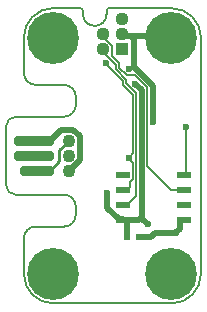
<source format=gbl>
G04*
G04 #@! TF.GenerationSoftware,Altium Limited,Altium Designer,22.4.2 (48)*
G04*
G04 Layer_Physical_Order=2*
G04 Layer_Color=16711680*
%FSAX26Y26*%
%MOIN*%
G70*
G04*
G04 #@! TF.SameCoordinates,7339E0FC-21CB-4CED-BD79-60AD5129B2FD*
G04*
G04*
G04 #@! TF.FilePolarity,Positive*
G04*
G01*
G75*
%ADD10C,0.005906*%
%ADD12C,0.007874*%
%ADD21R,0.019685X0.021654*%
%ADD39C,0.043307*%
%ADD47C,0.019685*%
%ADD48C,0.009842*%
%ADD49C,0.173228*%
%ADD50R,0.043701X0.043701*%
%ADD51C,0.043701*%
%ADD52C,0.023622*%
G04:AMPARAMS|DCode=53|XSize=35.433mil|YSize=133.858mil|CornerRadius=13.819mil|HoleSize=0mil|Usage=FLASHONLY|Rotation=90.000|XOffset=0mil|YOffset=0mil|HoleType=Round|Shape=RoundedRectangle|*
%AMROUNDEDRECTD53*
21,1,0.035433,0.106221,0,0,90.0*
21,1,0.007795,0.133858,0,0,90.0*
1,1,0.027638,0.053110,0.003898*
1,1,0.027638,0.053110,-0.003898*
1,1,0.027638,-0.053110,-0.003898*
1,1,0.027638,-0.053110,0.003898*
%
%ADD53ROUNDEDRECTD53*%
G04:AMPARAMS|DCode=54|XSize=35.433mil|YSize=114.173mil|CornerRadius=13.819mil|HoleSize=0mil|Usage=FLASHONLY|Rotation=90.000|XOffset=0mil|YOffset=0mil|HoleType=Round|Shape=RoundedRectangle|*
%AMROUNDEDRECTD54*
21,1,0.035433,0.086535,0,0,90.0*
21,1,0.007795,0.114173,0,0,90.0*
1,1,0.027638,0.043268,0.003898*
1,1,0.027638,0.043268,-0.003898*
1,1,0.027638,-0.043268,-0.003898*
1,1,0.027638,-0.043268,0.003898*
%
%ADD54ROUNDEDRECTD54*%
%ADD55R,0.049213X0.021654*%
D10*
X00036417Y-00162795D02*
X00050197Y-00162795D01*
X00079725Y-00133268D01*
X00079725Y00208405D01*
X00046918Y00241211D01*
X00046918Y00253870D01*
X00012638Y00288150D01*
X00012638Y00303041D01*
X-00030504Y00346183D01*
X-00030504Y00354331D01*
X-00030504Y00396367D02*
X-00000779Y00366643D01*
X-00000779Y00331770D01*
X00023465Y00307525D01*
X00023465Y00292635D01*
X00047945Y00268155D01*
X00075652Y00268155D01*
X00116142Y00227665D01*
X00116142Y-00034218D01*
X00194719Y-00112795D01*
X00239173Y-00112795D01*
X00068898Y-00028543D02*
X00068898Y-00076884D01*
X00058071Y-00087710D01*
X00058071Y-00104921D01*
X00050197Y-00112795D01*
X00036417Y-00112795D01*
X00067913Y-00027559D02*
X00067913Y-00025158D01*
X00055118Y-00012363D01*
X00055118Y-00008101D01*
X00055346Y-00008101D02*
X00055346Y-00005975D01*
X00068898Y00007577D01*
X00068898Y00203920D01*
X00036091Y00236726D01*
X00036091Y00249386D01*
X-00020669Y00306147D01*
X-00020669Y00308510D01*
X00067913Y-00027559D02*
X00068898Y-00028543D01*
X00033071Y00452756D02*
X00029921Y00452756D01*
X00031496Y00454331D02*
X00033071Y00452756D01*
X-00030504Y00404331D02*
X-00030504Y00396367D01*
D12*
X-00295276Y-00393701D02*
G03*
X-00196850Y-00492126I00098425J00000000D01*
G01*
X-00196850Y-00492126D02*
X00196850Y-00492126D01*
X00196850Y-00492126D02*
G03*
X00295276Y-00393701I00000000J00098425D01*
G01*
X00295293Y-00393700D02*
X00295293Y00393701D01*
X00295276Y00393701D02*
G03*
X00196850Y00492126I-00098425J00000000D01*
G01*
X-00009843Y00492126D01*
X-00009843Y00492126D02*
G03*
X-00019685Y00482284I00000000J-00009842D01*
G01*
X-00019685Y00472442D01*
X-00098425Y00472441D02*
G03*
X-00019685Y00472441I00039370J00000000D01*
G01*
X-00098425Y00472442D02*
X-00098425Y00482284D01*
X-00098425Y00482284D02*
G03*
X-00108268Y00492126I-00009842J00000000D01*
G01*
X-00196850Y00492127D01*
X-00196850Y00492126D02*
G03*
X-00295276Y00393701I00000000J-00098425D01*
G01*
X-00295276Y00393701D02*
X-00295276Y00274409D01*
X-00295276Y00275591D02*
G03*
X-00255906Y00236220I00039370J00000000D01*
G01*
X-00255906Y00236220D02*
X-00161417Y00236220D01*
X-00122047Y00196850D02*
G03*
X-00161417Y00236220I-00039370J00000000D01*
G01*
X-00122047Y00196850D02*
X-00122030Y00169291D01*
X-00161329Y00129921D02*
G03*
X-00121959Y00169291I00000000J00039370D01*
G01*
X-00161417Y00129921D02*
X-00322835Y00129921D01*
X-00322835Y00129921D02*
G03*
X-00354331Y00098425I00000000J-00031496D01*
G01*
X-00354332Y00098425D02*
X-00354332Y-00098425D01*
X-00354331Y-00098425D02*
G03*
X-00322835Y-00129921I00031496J00000000D01*
G01*
X-00322852Y-00129921D02*
X-00161417Y-00129921D01*
X-00122030Y-00169291D02*
G03*
X-00161400Y-00129921I-00039370J00000000D01*
G01*
X-00122030Y-00169291D02*
X-00122047Y-00196850D01*
X-00161417Y-00236220D02*
G03*
X-00122047Y-00196850I00000000J00039370D01*
G01*
X-00157480Y-00050000D02*
X-00157480Y-00044315D01*
X-00161417Y-00236220D02*
X-00255906Y-00236220D01*
X-00255906Y-00236220D02*
G03*
X-00295276Y-00275591I00000000J-00039370D01*
G01*
X-00295276Y-00274409D02*
X-00295276Y-00393701D01*
X00239173Y-00062795D02*
X00246063Y-00055906D01*
X00246063Y00094822D01*
D21*
X00049247Y-00269971D02*
D03*
X00088617Y-00269971D02*
D03*
D39*
X-00145669Y-00050000D02*
D03*
X-00145669Y00000000D02*
D03*
X-00145669Y00050000D02*
D03*
D47*
X-00258859Y00050000D02*
X-00208662Y00050000D01*
X-00172245Y00086417D01*
X-00130585Y00086417D01*
X-00109252Y00065085D01*
X-00109252Y-00015085D01*
X-00144168Y-00050000D01*
X-00145670Y-00050000D01*
X00049247Y-00269971D02*
X00049247Y-00213780D01*
X00048263Y-00212795D01*
X00089567Y-00212795D01*
X00097441Y-00204921D01*
X00097441Y00217462D01*
X00075811Y00239092D01*
X00075811Y00240158D01*
X00073293Y00295569D02*
X00073293Y00389397D01*
X00062954Y00399736D01*
X00190816Y00399736D01*
X00196850Y00393701D01*
X00062954Y00399736D02*
X00036091Y00399736D01*
X00031496Y00404331D01*
X00073293Y00295569D02*
X00135827Y00233035D01*
X00135827Y00112205D01*
X00118110Y-00226378D02*
X00117045Y-00226378D01*
X00103462Y-00212795D01*
X00097441Y-00212795D01*
X00048263Y-00212795D02*
X00036417Y-00212795D01*
X00035433Y-00211811D01*
X00021654Y-00211811D01*
X-00016732Y-00173425D01*
X-00016732Y-00124138D01*
X00088617Y-00269971D02*
X00127987Y-00269971D01*
X00142053Y-00255905D01*
X00212598Y-00255905D01*
X00212598Y-00254840D01*
X00224410Y-00243029D01*
X00224410Y-00213780D01*
X00225394Y-00212795D01*
X00239173Y-00212795D01*
D48*
X-00249016Y-00050000D02*
X-00208662Y-00050000D01*
X-00177616Y-00018953D01*
X-00177616Y00018054D01*
X-00145670Y00050000D01*
D49*
X-00196850Y-00393701D02*
D03*
X00196850Y-00393701D02*
D03*
X00196850Y00393701D02*
D03*
X-00196850Y00393701D02*
D03*
D50*
X00031496Y00354331D02*
D03*
D51*
X-00030504Y00354331D02*
D03*
X-00030504Y00404331D02*
D03*
X00031496Y00404331D02*
D03*
X00031496Y00454331D02*
D03*
D52*
X-00257874Y00000000D02*
D03*
X-00016732Y-00124138D02*
D03*
X00118110Y-00226378D02*
D03*
X00212598Y-00255905D02*
D03*
X00246063Y00094822D02*
D03*
X00075811Y00240158D02*
D03*
X00056099Y00287840D02*
D03*
X-00020669Y00308510D02*
D03*
X00135827Y00112205D02*
D03*
X00055118Y-00008101D02*
D03*
D53*
X-00259842Y00000000D02*
D03*
D03*
X-00259842Y00050000D02*
D03*
D54*
X-00250000Y-00050000D02*
D03*
D55*
X00036417Y-00212795D02*
D03*
X00036417Y-00162795D02*
D03*
X00036417Y-00112795D02*
D03*
X00036417Y-00062795D02*
D03*
X00239173Y-00062795D02*
D03*
X00239173Y-00112795D02*
D03*
X00239173Y-00162795D02*
D03*
X00239173Y-00212795D02*
D03*
M02*

</source>
